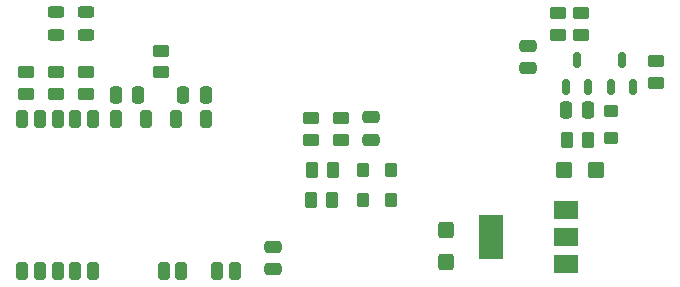
<source format=gbr>
%TF.GenerationSoftware,KiCad,Pcbnew,7.0.1-0*%
%TF.CreationDate,2023-06-08T23:36:28+08:00*%
%TF.ProjectId,FT817-BT-JDY67,46543831-372d-4425-942d-4a445936372e,20230608*%
%TF.SameCoordinates,Original*%
%TF.FileFunction,Paste,Top*%
%TF.FilePolarity,Positive*%
%FSLAX46Y46*%
G04 Gerber Fmt 4.6, Leading zero omitted, Abs format (unit mm)*
G04 Created by KiCad (PCBNEW 7.0.1-0) date 2023-06-08 23:36:28*
%MOMM*%
%LPD*%
G01*
G04 APERTURE LIST*
G04 Aperture macros list*
%AMRoundRect*
0 Rectangle with rounded corners*
0 $1 Rounding radius*
0 $2 $3 $4 $5 $6 $7 $8 $9 X,Y pos of 4 corners*
0 Add a 4 corners polygon primitive as box body*
4,1,4,$2,$3,$4,$5,$6,$7,$8,$9,$2,$3,0*
0 Add four circle primitives for the rounded corners*
1,1,$1+$1,$2,$3*
1,1,$1+$1,$4,$5*
1,1,$1+$1,$6,$7*
1,1,$1+$1,$8,$9*
0 Add four rect primitives between the rounded corners*
20,1,$1+$1,$2,$3,$4,$5,0*
20,1,$1+$1,$4,$5,$6,$7,0*
20,1,$1+$1,$6,$7,$8,$9,0*
20,1,$1+$1,$8,$9,$2,$3,0*%
G04 Aperture macros list end*
%ADD10R,2.000000X1.500000*%
%ADD11R,2.000000X3.800000*%
%ADD12RoundRect,0.250000X-0.450000X0.262500X-0.450000X-0.262500X0.450000X-0.262500X0.450000X0.262500X0*%
%ADD13RoundRect,0.250000X0.450000X-0.262500X0.450000X0.262500X-0.450000X0.262500X-0.450000X-0.262500X0*%
%ADD14RoundRect,0.250000X-0.262500X-0.450000X0.262500X-0.450000X0.262500X0.450000X-0.262500X0.450000X0*%
%ADD15RoundRect,0.150000X0.150000X-0.512500X0.150000X0.512500X-0.150000X0.512500X-0.150000X-0.512500X0*%
%ADD16RoundRect,0.250000X-0.350000X0.275000X-0.350000X-0.275000X0.350000X-0.275000X0.350000X0.275000X0*%
%ADD17RoundRect,0.250000X0.275000X0.350000X-0.275000X0.350000X-0.275000X-0.350000X0.275000X-0.350000X0*%
%ADD18RoundRect,0.243750X-0.456250X0.243750X-0.456250X-0.243750X0.456250X-0.243750X0.456250X0.243750X0*%
%ADD19RoundRect,0.250000X-0.475000X0.250000X-0.475000X-0.250000X0.475000X-0.250000X0.475000X0.250000X0*%
%ADD20RoundRect,0.250000X0.250000X0.475000X-0.250000X0.475000X-0.250000X-0.475000X0.250000X-0.475000X0*%
%ADD21RoundRect,0.250000X-0.250000X-0.475000X0.250000X-0.475000X0.250000X0.475000X-0.250000X0.475000X0*%
%ADD22RoundRect,0.250000X-0.425000X0.450000X-0.425000X-0.450000X0.425000X-0.450000X0.425000X0.450000X0*%
%ADD23RoundRect,0.250000X-0.450000X-0.425000X0.450000X-0.425000X0.450000X0.425000X-0.450000X0.425000X0*%
%ADD24RoundRect,0.250000X0.250000X-0.500000X0.250000X0.500000X-0.250000X0.500000X-0.250000X-0.500000X0*%
G04 APERTURE END LIST*
D10*
%TO.C,U2*%
X169520000Y-93105000D03*
D11*
X163220000Y-90805000D03*
D10*
X169520000Y-90805000D03*
X169520000Y-88505000D03*
%TD*%
D12*
%TO.C,R12*%
X168910000Y-71835000D03*
X168910000Y-73660000D03*
%TD*%
D13*
%TO.C,R11*%
X170815000Y-73660000D03*
X170815000Y-71835000D03*
%TD*%
%TO.C,R10*%
X177165000Y-75922500D03*
X177165000Y-77747500D03*
%TD*%
%TO.C,R9*%
X135255000Y-76835000D03*
X135255000Y-75010000D03*
%TD*%
%TO.C,R8*%
X150495000Y-82550000D03*
X150495000Y-80725000D03*
%TD*%
D12*
%TO.C,R7*%
X123825000Y-76835000D03*
X123825000Y-78660000D03*
%TD*%
D14*
%TO.C,R6*%
X169625000Y-82550000D03*
X171450000Y-82550000D03*
%TD*%
D13*
%TO.C,R5*%
X147955000Y-82550000D03*
X147955000Y-80725000D03*
%TD*%
D14*
%TO.C,R4*%
X147955000Y-87630000D03*
X149780000Y-87630000D03*
%TD*%
%TO.C,R3*%
X148035000Y-85090000D03*
X149860000Y-85090000D03*
%TD*%
D12*
%TO.C,R2*%
X128905000Y-76835000D03*
X128905000Y-78660000D03*
%TD*%
%TO.C,R1*%
X126365000Y-76835000D03*
X126365000Y-78660000D03*
%TD*%
D15*
%TO.C,Q2*%
X173355000Y-78105000D03*
X175255000Y-78105000D03*
X174305000Y-75830000D03*
%TD*%
%TO.C,Q1*%
X169550000Y-78105000D03*
X171450000Y-78105000D03*
X170500000Y-75830000D03*
%TD*%
D16*
%TO.C,L3*%
X173355000Y-80130000D03*
X173355000Y-82430000D03*
%TD*%
D17*
%TO.C,L2*%
X154700000Y-87630000D03*
X152400000Y-87630000D03*
%TD*%
%TO.C,L1*%
X154700000Y-85090000D03*
X152400000Y-85090000D03*
%TD*%
D18*
%TO.C,D2*%
X128905000Y-71785000D03*
X128905000Y-73660000D03*
%TD*%
%TO.C,D1*%
X126365000Y-71785000D03*
X126365000Y-73660000D03*
%TD*%
D19*
%TO.C,C8*%
X166370000Y-74615000D03*
X166370000Y-76515000D03*
%TD*%
D20*
%TO.C,C7*%
X171450000Y-80010000D03*
X169550000Y-80010000D03*
%TD*%
D19*
%TO.C,C6*%
X144780000Y-91622000D03*
X144780000Y-93522000D03*
%TD*%
D20*
%TO.C,C5*%
X139060000Y-78740000D03*
X137160000Y-78740000D03*
%TD*%
D21*
%TO.C,C4*%
X131445000Y-78740000D03*
X133345000Y-78740000D03*
%TD*%
D19*
%TO.C,C3*%
X153035000Y-80650000D03*
X153035000Y-82550000D03*
%TD*%
D22*
%TO.C,C2*%
X159385000Y-90170000D03*
X159385000Y-92870000D03*
%TD*%
D23*
%TO.C,C1*%
X169385000Y-85090000D03*
X172085000Y-85090000D03*
%TD*%
D24*
%TO.C,U1*%
X123502000Y-93699000D03*
X125001000Y-93699000D03*
X126500000Y-93699000D03*
X127999000Y-93699000D03*
X129498000Y-93699000D03*
X135494000Y-93699000D03*
X136993000Y-93699000D03*
X139991000Y-93699000D03*
X141490000Y-93699000D03*
X139065000Y-80822000D03*
X136525000Y-80822000D03*
X133985000Y-80822000D03*
X131445000Y-80822000D03*
X129498000Y-80799000D03*
X127999000Y-80799000D03*
X126500000Y-80799000D03*
X125001000Y-80799000D03*
X123502000Y-80799000D03*
%TD*%
M02*

</source>
